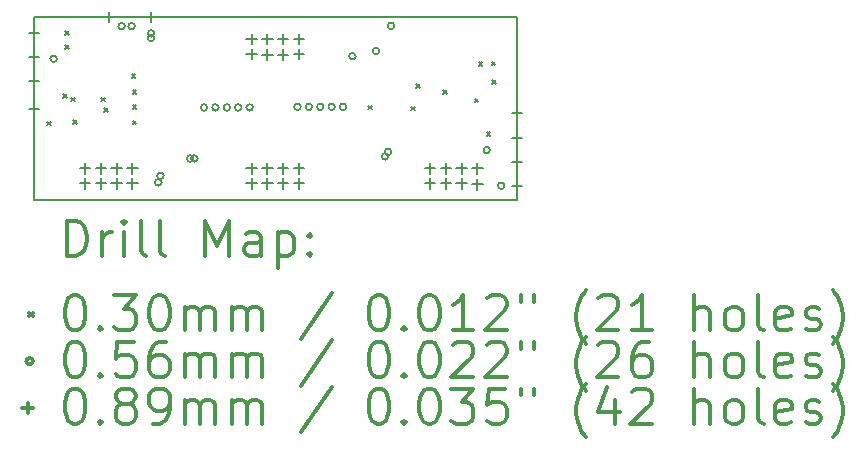
<source format=gbr>
%FSLAX45Y45*%
G04 Gerber Fmt 4.5, Leading zero omitted, Abs format (unit mm)*
G04 Created by KiCad (PCBNEW (5.0.0)) date 10/07/19 11:47:00*
%MOMM*%
%LPD*%
G01*
G04 APERTURE LIST*
%ADD10C,0.200000*%
%ADD11C,0.300000*%
G04 APERTURE END LIST*
D10*
X0Y1549400D02*
X0Y0D01*
X4089400Y1549400D02*
X0Y1549400D01*
X4089400Y0D02*
X4089400Y1549400D01*
X0Y0D02*
X4089400Y0D01*
D10*
X111760Y662940D02*
X142240Y632460D01*
X142240Y662940D02*
X111760Y632460D01*
X244760Y896620D02*
X275240Y866140D01*
X275240Y896620D02*
X244760Y866140D01*
X261620Y1427480D02*
X292100Y1397000D01*
X292100Y1427480D02*
X261620Y1397000D01*
X264160Y1310640D02*
X294640Y1280160D01*
X294640Y1310640D02*
X264160Y1280160D01*
X312420Y865240D02*
X342900Y834760D01*
X342900Y865240D02*
X312420Y834760D01*
X330200Y673100D02*
X360680Y642620D01*
X360680Y673100D02*
X330200Y642620D01*
X568960Y866140D02*
X599440Y835660D01*
X599440Y866140D02*
X568960Y835660D01*
X594360Y777240D02*
X624840Y746760D01*
X624840Y777240D02*
X594360Y746760D01*
X828040Y1061720D02*
X858520Y1031240D01*
X858520Y1061720D02*
X828040Y1031240D01*
X834760Y800240D02*
X865240Y769760D01*
X865240Y800240D02*
X834760Y769760D01*
X835660Y929640D02*
X866140Y899160D01*
X866140Y929640D02*
X835660Y899160D01*
X835660Y670240D02*
X866140Y639760D01*
X866140Y670240D02*
X835660Y639760D01*
X2829560Y797560D02*
X2860040Y767080D01*
X2860040Y797560D02*
X2829560Y767080D01*
X3195320Y789940D02*
X3225800Y759460D01*
X3225800Y789940D02*
X3195320Y759460D01*
X3235960Y980440D02*
X3266440Y949960D01*
X3266440Y980440D02*
X3235960Y949960D01*
X3464560Y929640D02*
X3495040Y899160D01*
X3495040Y929640D02*
X3464560Y899160D01*
X3731260Y857060D02*
X3761740Y826580D01*
X3761740Y857060D02*
X3731260Y826580D01*
X3764280Y1165860D02*
X3794760Y1135380D01*
X3794760Y1165860D02*
X3764280Y1135380D01*
X3832860Y574040D02*
X3863340Y543560D01*
X3863340Y574040D02*
X3832860Y543560D01*
X3876040Y1168400D02*
X3906520Y1137920D01*
X3906520Y1168400D02*
X3876040Y1137920D01*
X3876860Y1010920D02*
X3907340Y980440D01*
X3907340Y1010920D02*
X3876860Y980440D01*
X193041Y1193800D02*
G75*
G03X193041Y1193800I-27940J0D01*
G01*
X769620Y1470660D02*
G75*
G03X769620Y1470660I-27940J0D01*
G01*
X853440Y1470660D02*
G75*
G03X853440Y1470660I-27940J0D01*
G01*
X1018540Y1409700D02*
G75*
G03X1018540Y1409700I-27940J0D01*
G01*
X1018540Y1371601D02*
G75*
G03X1018540Y1371601I-27940J0D01*
G01*
X1079500Y147320D02*
G75*
G03X1079500Y147320I-27940J0D01*
G01*
X1097280Y203200D02*
G75*
G03X1097280Y203200I-27940J0D01*
G01*
X1348740Y350520D02*
G75*
G03X1348740Y350520I-27940J0D01*
G01*
X1384300Y350520D02*
G75*
G03X1384300Y350520I-27940J0D01*
G01*
X1466850Y782320D02*
G75*
G03X1466850Y782320I-27940J0D01*
G01*
X1563370Y782320D02*
G75*
G03X1563370Y782320I-27940J0D01*
G01*
X1659890Y782320D02*
G75*
G03X1659890Y782320I-27940J0D01*
G01*
X1756410Y782320D02*
G75*
G03X1756410Y782320I-27940J0D01*
G01*
X1852930Y782320D02*
G75*
G03X1852930Y782320I-27940J0D01*
G01*
X2258060Y787400D02*
G75*
G03X2258060Y787400I-27940J0D01*
G01*
X2354580Y787400D02*
G75*
G03X2354580Y787400I-27940J0D01*
G01*
X2451100Y787400D02*
G75*
G03X2451100Y787400I-27940J0D01*
G01*
X2547620Y787400D02*
G75*
G03X2547620Y787400I-27940J0D01*
G01*
X2644140Y787400D02*
G75*
G03X2644140Y787400I-27940J0D01*
G01*
X2722880Y1216660D02*
G75*
G03X2722880Y1216660I-27940J0D01*
G01*
X2923540Y1259840D02*
G75*
G03X2923540Y1259840I-27940J0D01*
G01*
X2999740Y368300D02*
G75*
G03X2999740Y368300I-27940J0D01*
G01*
X3025140Y406400D02*
G75*
G03X3025140Y406400I-27940J0D01*
G01*
X3050540Y1473200D02*
G75*
G03X3050540Y1473200I-27940J0D01*
G01*
X3860800Y421640D02*
G75*
G03X3860800Y421640I-27940J0D01*
G01*
X3982720Y119380D02*
G75*
G03X3982720Y119380I-27940J0D01*
G01*
X2109620Y1274450D02*
X2109620Y1185550D01*
X2065170Y1230000D02*
X2154070Y1230000D01*
X2108200Y184150D02*
X2108200Y95250D01*
X2063750Y139700D02*
X2152650Y139700D01*
X2241550Y1277940D02*
X2241550Y1189040D01*
X2197100Y1233490D02*
X2286000Y1233490D01*
X831850Y184150D02*
X831850Y95250D01*
X787400Y139700D02*
X876300Y139700D01*
X3352800Y184150D02*
X3352800Y95250D01*
X3308350Y139700D02*
X3397250Y139700D01*
X1841500Y311150D02*
X1841500Y222250D01*
X1797050Y266700D02*
X1885950Y266700D01*
X4089400Y361950D02*
X4089400Y273050D01*
X4044950Y317500D02*
X4133850Y317500D01*
X0Y1454150D02*
X0Y1365250D01*
X-44450Y1409700D02*
X44450Y1409700D01*
X3486150Y184150D02*
X3486150Y95250D01*
X3441700Y139700D02*
X3530600Y139700D01*
X1841500Y1277940D02*
X1841500Y1189040D01*
X1797050Y1233490D02*
X1885950Y1233490D01*
X3486150Y311150D02*
X3486150Y222250D01*
X3441700Y266700D02*
X3530600Y266700D01*
X565150Y184150D02*
X565150Y95250D01*
X520700Y139700D02*
X609600Y139700D01*
X0Y1250950D02*
X0Y1162050D01*
X-44450Y1206500D02*
X44450Y1206500D01*
X1841500Y1404940D02*
X1841500Y1316040D01*
X1797050Y1360490D02*
X1885950Y1360490D01*
X2241550Y311150D02*
X2241550Y222250D01*
X2197100Y266700D02*
X2286000Y266700D01*
X698500Y311150D02*
X698500Y222250D01*
X654050Y266700D02*
X742950Y266700D01*
X431800Y184150D02*
X431800Y95250D01*
X387350Y139700D02*
X476250Y139700D01*
X3619500Y311150D02*
X3619500Y222250D01*
X3575050Y266700D02*
X3663950Y266700D01*
X831850Y311150D02*
X831850Y222250D01*
X787400Y266700D02*
X876300Y266700D01*
X3752850Y311150D02*
X3752850Y222250D01*
X3708400Y266700D02*
X3797300Y266700D01*
X2241550Y1404940D02*
X2241550Y1316040D01*
X2197100Y1360490D02*
X2286000Y1360490D01*
X2108200Y1404940D02*
X2108200Y1316040D01*
X2063750Y1360490D02*
X2152650Y1360490D01*
X0Y817550D02*
X0Y728650D01*
X-44450Y773100D02*
X44450Y773100D01*
X565150Y311150D02*
X565150Y222250D01*
X520700Y266700D02*
X609600Y266700D01*
X635000Y1593850D02*
X635000Y1504950D01*
X590550Y1549400D02*
X679450Y1549400D01*
X4089400Y781050D02*
X4089400Y692150D01*
X4044950Y736600D02*
X4133850Y736600D01*
X1975000Y1274450D02*
X1975000Y1185550D01*
X1930550Y1230000D02*
X2019450Y1230000D01*
X1974850Y1404940D02*
X1974850Y1316040D01*
X1930400Y1360490D02*
X2019300Y1360490D01*
X4089400Y565150D02*
X4089400Y476250D01*
X4044950Y520700D02*
X4133850Y520700D01*
X698500Y184150D02*
X698500Y95250D01*
X654050Y139700D02*
X742950Y139700D01*
X1974850Y184150D02*
X1974850Y95250D01*
X1930400Y139700D02*
X2019300Y139700D01*
X0Y1047750D02*
X0Y958850D01*
X-44450Y1003300D02*
X44450Y1003300D01*
X4089400Y158750D02*
X4089400Y69850D01*
X4044950Y114300D02*
X4133850Y114300D01*
X3752850Y176530D02*
X3752850Y87630D01*
X3708400Y132080D02*
X3797300Y132080D01*
X1841500Y184150D02*
X1841500Y95250D01*
X1797050Y139700D02*
X1885950Y139700D01*
X1974850Y311150D02*
X1974850Y222250D01*
X1930400Y266700D02*
X2019300Y266700D01*
X2241550Y184150D02*
X2241550Y95250D01*
X2197100Y139700D02*
X2286000Y139700D01*
X990600Y1593850D02*
X990600Y1504950D01*
X946150Y1549400D02*
X1035050Y1549400D01*
X3352800Y311150D02*
X3352800Y222250D01*
X3308350Y266700D02*
X3397250Y266700D01*
X431800Y311150D02*
X431800Y222250D01*
X387350Y266700D02*
X476250Y266700D01*
X2108200Y311150D02*
X2108200Y222250D01*
X2063750Y266700D02*
X2152650Y266700D01*
X3619500Y184150D02*
X3619500Y95250D01*
X3575050Y139700D02*
X3663950Y139700D01*
D11*
X276428Y-475714D02*
X276428Y-175714D01*
X347857Y-175714D01*
X390714Y-190000D01*
X419286Y-218571D01*
X433571Y-247143D01*
X447857Y-304286D01*
X447857Y-347143D01*
X433571Y-404286D01*
X419286Y-432857D01*
X390714Y-461429D01*
X347857Y-475714D01*
X276428Y-475714D01*
X576428Y-475714D02*
X576428Y-275714D01*
X576428Y-332857D02*
X590714Y-304286D01*
X605000Y-290000D01*
X633571Y-275714D01*
X662143Y-275714D01*
X762143Y-475714D02*
X762143Y-275714D01*
X762143Y-175714D02*
X747857Y-190000D01*
X762143Y-204286D01*
X776428Y-190000D01*
X762143Y-175714D01*
X762143Y-204286D01*
X947857Y-475714D02*
X919286Y-461429D01*
X905000Y-432857D01*
X905000Y-175714D01*
X1105000Y-475714D02*
X1076428Y-461429D01*
X1062143Y-432857D01*
X1062143Y-175714D01*
X1447857Y-475714D02*
X1447857Y-175714D01*
X1547857Y-390000D01*
X1647857Y-175714D01*
X1647857Y-475714D01*
X1919286Y-475714D02*
X1919286Y-318572D01*
X1905000Y-290000D01*
X1876428Y-275714D01*
X1819286Y-275714D01*
X1790714Y-290000D01*
X1919286Y-461429D02*
X1890714Y-475714D01*
X1819286Y-475714D01*
X1790714Y-461429D01*
X1776428Y-432857D01*
X1776428Y-404286D01*
X1790714Y-375714D01*
X1819286Y-361429D01*
X1890714Y-361429D01*
X1919286Y-347143D01*
X2062143Y-275714D02*
X2062143Y-575714D01*
X2062143Y-290000D02*
X2090714Y-275714D01*
X2147857Y-275714D01*
X2176428Y-290000D01*
X2190714Y-304286D01*
X2205000Y-332857D01*
X2205000Y-418571D01*
X2190714Y-447143D01*
X2176428Y-461429D01*
X2147857Y-475714D01*
X2090714Y-475714D01*
X2062143Y-461429D01*
X2333571Y-447143D02*
X2347857Y-461429D01*
X2333571Y-475714D01*
X2319286Y-461429D01*
X2333571Y-447143D01*
X2333571Y-475714D01*
X2333571Y-290000D02*
X2347857Y-304286D01*
X2333571Y-318572D01*
X2319286Y-304286D01*
X2333571Y-290000D01*
X2333571Y-318572D01*
X-40480Y-954760D02*
X-10000Y-985240D01*
X-10000Y-954760D02*
X-40480Y-985240D01*
X333571Y-805714D02*
X362143Y-805714D01*
X390714Y-820000D01*
X405000Y-834286D01*
X419286Y-862857D01*
X433571Y-920000D01*
X433571Y-991429D01*
X419286Y-1048571D01*
X405000Y-1077143D01*
X390714Y-1091429D01*
X362143Y-1105714D01*
X333571Y-1105714D01*
X305000Y-1091429D01*
X290714Y-1077143D01*
X276428Y-1048571D01*
X262143Y-991429D01*
X262143Y-920000D01*
X276428Y-862857D01*
X290714Y-834286D01*
X305000Y-820000D01*
X333571Y-805714D01*
X562143Y-1077143D02*
X576428Y-1091429D01*
X562143Y-1105714D01*
X547857Y-1091429D01*
X562143Y-1077143D01*
X562143Y-1105714D01*
X676428Y-805714D02*
X862143Y-805714D01*
X762143Y-920000D01*
X805000Y-920000D01*
X833571Y-934286D01*
X847857Y-948571D01*
X862143Y-977143D01*
X862143Y-1048571D01*
X847857Y-1077143D01*
X833571Y-1091429D01*
X805000Y-1105714D01*
X719286Y-1105714D01*
X690714Y-1091429D01*
X676428Y-1077143D01*
X1047857Y-805714D02*
X1076428Y-805714D01*
X1105000Y-820000D01*
X1119286Y-834286D01*
X1133571Y-862857D01*
X1147857Y-920000D01*
X1147857Y-991429D01*
X1133571Y-1048571D01*
X1119286Y-1077143D01*
X1105000Y-1091429D01*
X1076428Y-1105714D01*
X1047857Y-1105714D01*
X1019286Y-1091429D01*
X1005000Y-1077143D01*
X990714Y-1048571D01*
X976428Y-991429D01*
X976428Y-920000D01*
X990714Y-862857D01*
X1005000Y-834286D01*
X1019286Y-820000D01*
X1047857Y-805714D01*
X1276428Y-1105714D02*
X1276428Y-905714D01*
X1276428Y-934286D02*
X1290714Y-920000D01*
X1319286Y-905714D01*
X1362143Y-905714D01*
X1390714Y-920000D01*
X1405000Y-948571D01*
X1405000Y-1105714D01*
X1405000Y-948571D02*
X1419286Y-920000D01*
X1447857Y-905714D01*
X1490714Y-905714D01*
X1519286Y-920000D01*
X1533571Y-948571D01*
X1533571Y-1105714D01*
X1676428Y-1105714D02*
X1676428Y-905714D01*
X1676428Y-934286D02*
X1690714Y-920000D01*
X1719286Y-905714D01*
X1762143Y-905714D01*
X1790714Y-920000D01*
X1805000Y-948571D01*
X1805000Y-1105714D01*
X1805000Y-948571D02*
X1819286Y-920000D01*
X1847857Y-905714D01*
X1890714Y-905714D01*
X1919286Y-920000D01*
X1933571Y-948571D01*
X1933571Y-1105714D01*
X2519286Y-791429D02*
X2262143Y-1177143D01*
X2905000Y-805714D02*
X2933571Y-805714D01*
X2962143Y-820000D01*
X2976428Y-834286D01*
X2990714Y-862857D01*
X3005000Y-920000D01*
X3005000Y-991429D01*
X2990714Y-1048571D01*
X2976428Y-1077143D01*
X2962143Y-1091429D01*
X2933571Y-1105714D01*
X2905000Y-1105714D01*
X2876428Y-1091429D01*
X2862143Y-1077143D01*
X2847857Y-1048571D01*
X2833571Y-991429D01*
X2833571Y-920000D01*
X2847857Y-862857D01*
X2862143Y-834286D01*
X2876428Y-820000D01*
X2905000Y-805714D01*
X3133571Y-1077143D02*
X3147857Y-1091429D01*
X3133571Y-1105714D01*
X3119286Y-1091429D01*
X3133571Y-1077143D01*
X3133571Y-1105714D01*
X3333571Y-805714D02*
X3362143Y-805714D01*
X3390714Y-820000D01*
X3405000Y-834286D01*
X3419286Y-862857D01*
X3433571Y-920000D01*
X3433571Y-991429D01*
X3419286Y-1048571D01*
X3405000Y-1077143D01*
X3390714Y-1091429D01*
X3362143Y-1105714D01*
X3333571Y-1105714D01*
X3305000Y-1091429D01*
X3290714Y-1077143D01*
X3276428Y-1048571D01*
X3262143Y-991429D01*
X3262143Y-920000D01*
X3276428Y-862857D01*
X3290714Y-834286D01*
X3305000Y-820000D01*
X3333571Y-805714D01*
X3719286Y-1105714D02*
X3547857Y-1105714D01*
X3633571Y-1105714D02*
X3633571Y-805714D01*
X3605000Y-848571D01*
X3576428Y-877143D01*
X3547857Y-891429D01*
X3833571Y-834286D02*
X3847857Y-820000D01*
X3876428Y-805714D01*
X3947857Y-805714D01*
X3976428Y-820000D01*
X3990714Y-834286D01*
X4005000Y-862857D01*
X4005000Y-891429D01*
X3990714Y-934286D01*
X3819286Y-1105714D01*
X4005000Y-1105714D01*
X4119286Y-805714D02*
X4119286Y-862857D01*
X4233571Y-805714D02*
X4233571Y-862857D01*
X4676428Y-1220000D02*
X4662143Y-1205714D01*
X4633571Y-1162857D01*
X4619286Y-1134286D01*
X4605000Y-1091429D01*
X4590714Y-1020000D01*
X4590714Y-962857D01*
X4605000Y-891429D01*
X4619286Y-848571D01*
X4633571Y-820000D01*
X4662143Y-777143D01*
X4676428Y-762857D01*
X4776428Y-834286D02*
X4790714Y-820000D01*
X4819286Y-805714D01*
X4890714Y-805714D01*
X4919286Y-820000D01*
X4933571Y-834286D01*
X4947857Y-862857D01*
X4947857Y-891429D01*
X4933571Y-934286D01*
X4762143Y-1105714D01*
X4947857Y-1105714D01*
X5233571Y-1105714D02*
X5062143Y-1105714D01*
X5147857Y-1105714D02*
X5147857Y-805714D01*
X5119286Y-848571D01*
X5090714Y-877143D01*
X5062143Y-891429D01*
X5590714Y-1105714D02*
X5590714Y-805714D01*
X5719286Y-1105714D02*
X5719286Y-948571D01*
X5705000Y-920000D01*
X5676428Y-905714D01*
X5633571Y-905714D01*
X5605000Y-920000D01*
X5590714Y-934286D01*
X5905000Y-1105714D02*
X5876428Y-1091429D01*
X5862143Y-1077143D01*
X5847857Y-1048571D01*
X5847857Y-962857D01*
X5862143Y-934286D01*
X5876428Y-920000D01*
X5905000Y-905714D01*
X5947857Y-905714D01*
X5976428Y-920000D01*
X5990714Y-934286D01*
X6005000Y-962857D01*
X6005000Y-1048571D01*
X5990714Y-1077143D01*
X5976428Y-1091429D01*
X5947857Y-1105714D01*
X5905000Y-1105714D01*
X6176428Y-1105714D02*
X6147857Y-1091429D01*
X6133571Y-1062857D01*
X6133571Y-805714D01*
X6405000Y-1091429D02*
X6376428Y-1105714D01*
X6319286Y-1105714D01*
X6290714Y-1091429D01*
X6276428Y-1062857D01*
X6276428Y-948571D01*
X6290714Y-920000D01*
X6319286Y-905714D01*
X6376428Y-905714D01*
X6405000Y-920000D01*
X6419286Y-948571D01*
X6419286Y-977143D01*
X6276428Y-1005714D01*
X6533571Y-1091429D02*
X6562143Y-1105714D01*
X6619286Y-1105714D01*
X6647857Y-1091429D01*
X6662143Y-1062857D01*
X6662143Y-1048571D01*
X6647857Y-1020000D01*
X6619286Y-1005714D01*
X6576428Y-1005714D01*
X6547857Y-991429D01*
X6533571Y-962857D01*
X6533571Y-948571D01*
X6547857Y-920000D01*
X6576428Y-905714D01*
X6619286Y-905714D01*
X6647857Y-920000D01*
X6762143Y-1220000D02*
X6776428Y-1205714D01*
X6805000Y-1162857D01*
X6819286Y-1134286D01*
X6833571Y-1091429D01*
X6847857Y-1020000D01*
X6847857Y-962857D01*
X6833571Y-891429D01*
X6819286Y-848571D01*
X6805000Y-820000D01*
X6776428Y-777143D01*
X6762143Y-762857D01*
X-10000Y-1366000D02*
G75*
G03X-10000Y-1366000I-27940J0D01*
G01*
X333571Y-1201714D02*
X362143Y-1201714D01*
X390714Y-1216000D01*
X405000Y-1230286D01*
X419286Y-1258857D01*
X433571Y-1316000D01*
X433571Y-1387429D01*
X419286Y-1444571D01*
X405000Y-1473143D01*
X390714Y-1487429D01*
X362143Y-1501714D01*
X333571Y-1501714D01*
X305000Y-1487429D01*
X290714Y-1473143D01*
X276428Y-1444571D01*
X262143Y-1387429D01*
X262143Y-1316000D01*
X276428Y-1258857D01*
X290714Y-1230286D01*
X305000Y-1216000D01*
X333571Y-1201714D01*
X562143Y-1473143D02*
X576428Y-1487429D01*
X562143Y-1501714D01*
X547857Y-1487429D01*
X562143Y-1473143D01*
X562143Y-1501714D01*
X847857Y-1201714D02*
X705000Y-1201714D01*
X690714Y-1344572D01*
X705000Y-1330286D01*
X733571Y-1316000D01*
X805000Y-1316000D01*
X833571Y-1330286D01*
X847857Y-1344572D01*
X862143Y-1373143D01*
X862143Y-1444571D01*
X847857Y-1473143D01*
X833571Y-1487429D01*
X805000Y-1501714D01*
X733571Y-1501714D01*
X705000Y-1487429D01*
X690714Y-1473143D01*
X1119286Y-1201714D02*
X1062143Y-1201714D01*
X1033571Y-1216000D01*
X1019286Y-1230286D01*
X990714Y-1273143D01*
X976428Y-1330286D01*
X976428Y-1444571D01*
X990714Y-1473143D01*
X1005000Y-1487429D01*
X1033571Y-1501714D01*
X1090714Y-1501714D01*
X1119286Y-1487429D01*
X1133571Y-1473143D01*
X1147857Y-1444571D01*
X1147857Y-1373143D01*
X1133571Y-1344572D01*
X1119286Y-1330286D01*
X1090714Y-1316000D01*
X1033571Y-1316000D01*
X1005000Y-1330286D01*
X990714Y-1344572D01*
X976428Y-1373143D01*
X1276428Y-1501714D02*
X1276428Y-1301714D01*
X1276428Y-1330286D02*
X1290714Y-1316000D01*
X1319286Y-1301714D01*
X1362143Y-1301714D01*
X1390714Y-1316000D01*
X1405000Y-1344572D01*
X1405000Y-1501714D01*
X1405000Y-1344572D02*
X1419286Y-1316000D01*
X1447857Y-1301714D01*
X1490714Y-1301714D01*
X1519286Y-1316000D01*
X1533571Y-1344572D01*
X1533571Y-1501714D01*
X1676428Y-1501714D02*
X1676428Y-1301714D01*
X1676428Y-1330286D02*
X1690714Y-1316000D01*
X1719286Y-1301714D01*
X1762143Y-1301714D01*
X1790714Y-1316000D01*
X1805000Y-1344572D01*
X1805000Y-1501714D01*
X1805000Y-1344572D02*
X1819286Y-1316000D01*
X1847857Y-1301714D01*
X1890714Y-1301714D01*
X1919286Y-1316000D01*
X1933571Y-1344572D01*
X1933571Y-1501714D01*
X2519286Y-1187429D02*
X2262143Y-1573143D01*
X2905000Y-1201714D02*
X2933571Y-1201714D01*
X2962143Y-1216000D01*
X2976428Y-1230286D01*
X2990714Y-1258857D01*
X3005000Y-1316000D01*
X3005000Y-1387429D01*
X2990714Y-1444571D01*
X2976428Y-1473143D01*
X2962143Y-1487429D01*
X2933571Y-1501714D01*
X2905000Y-1501714D01*
X2876428Y-1487429D01*
X2862143Y-1473143D01*
X2847857Y-1444571D01*
X2833571Y-1387429D01*
X2833571Y-1316000D01*
X2847857Y-1258857D01*
X2862143Y-1230286D01*
X2876428Y-1216000D01*
X2905000Y-1201714D01*
X3133571Y-1473143D02*
X3147857Y-1487429D01*
X3133571Y-1501714D01*
X3119286Y-1487429D01*
X3133571Y-1473143D01*
X3133571Y-1501714D01*
X3333571Y-1201714D02*
X3362143Y-1201714D01*
X3390714Y-1216000D01*
X3405000Y-1230286D01*
X3419286Y-1258857D01*
X3433571Y-1316000D01*
X3433571Y-1387429D01*
X3419286Y-1444571D01*
X3405000Y-1473143D01*
X3390714Y-1487429D01*
X3362143Y-1501714D01*
X3333571Y-1501714D01*
X3305000Y-1487429D01*
X3290714Y-1473143D01*
X3276428Y-1444571D01*
X3262143Y-1387429D01*
X3262143Y-1316000D01*
X3276428Y-1258857D01*
X3290714Y-1230286D01*
X3305000Y-1216000D01*
X3333571Y-1201714D01*
X3547857Y-1230286D02*
X3562143Y-1216000D01*
X3590714Y-1201714D01*
X3662143Y-1201714D01*
X3690714Y-1216000D01*
X3705000Y-1230286D01*
X3719286Y-1258857D01*
X3719286Y-1287429D01*
X3705000Y-1330286D01*
X3533571Y-1501714D01*
X3719286Y-1501714D01*
X3833571Y-1230286D02*
X3847857Y-1216000D01*
X3876428Y-1201714D01*
X3947857Y-1201714D01*
X3976428Y-1216000D01*
X3990714Y-1230286D01*
X4005000Y-1258857D01*
X4005000Y-1287429D01*
X3990714Y-1330286D01*
X3819286Y-1501714D01*
X4005000Y-1501714D01*
X4119286Y-1201714D02*
X4119286Y-1258857D01*
X4233571Y-1201714D02*
X4233571Y-1258857D01*
X4676428Y-1616000D02*
X4662143Y-1601714D01*
X4633571Y-1558857D01*
X4619286Y-1530286D01*
X4605000Y-1487429D01*
X4590714Y-1416000D01*
X4590714Y-1358857D01*
X4605000Y-1287429D01*
X4619286Y-1244572D01*
X4633571Y-1216000D01*
X4662143Y-1173143D01*
X4676428Y-1158857D01*
X4776428Y-1230286D02*
X4790714Y-1216000D01*
X4819286Y-1201714D01*
X4890714Y-1201714D01*
X4919286Y-1216000D01*
X4933571Y-1230286D01*
X4947857Y-1258857D01*
X4947857Y-1287429D01*
X4933571Y-1330286D01*
X4762143Y-1501714D01*
X4947857Y-1501714D01*
X5205000Y-1201714D02*
X5147857Y-1201714D01*
X5119286Y-1216000D01*
X5105000Y-1230286D01*
X5076428Y-1273143D01*
X5062143Y-1330286D01*
X5062143Y-1444571D01*
X5076428Y-1473143D01*
X5090714Y-1487429D01*
X5119286Y-1501714D01*
X5176428Y-1501714D01*
X5205000Y-1487429D01*
X5219286Y-1473143D01*
X5233571Y-1444571D01*
X5233571Y-1373143D01*
X5219286Y-1344572D01*
X5205000Y-1330286D01*
X5176428Y-1316000D01*
X5119286Y-1316000D01*
X5090714Y-1330286D01*
X5076428Y-1344572D01*
X5062143Y-1373143D01*
X5590714Y-1501714D02*
X5590714Y-1201714D01*
X5719286Y-1501714D02*
X5719286Y-1344572D01*
X5705000Y-1316000D01*
X5676428Y-1301714D01*
X5633571Y-1301714D01*
X5605000Y-1316000D01*
X5590714Y-1330286D01*
X5905000Y-1501714D02*
X5876428Y-1487429D01*
X5862143Y-1473143D01*
X5847857Y-1444571D01*
X5847857Y-1358857D01*
X5862143Y-1330286D01*
X5876428Y-1316000D01*
X5905000Y-1301714D01*
X5947857Y-1301714D01*
X5976428Y-1316000D01*
X5990714Y-1330286D01*
X6005000Y-1358857D01*
X6005000Y-1444571D01*
X5990714Y-1473143D01*
X5976428Y-1487429D01*
X5947857Y-1501714D01*
X5905000Y-1501714D01*
X6176428Y-1501714D02*
X6147857Y-1487429D01*
X6133571Y-1458857D01*
X6133571Y-1201714D01*
X6405000Y-1487429D02*
X6376428Y-1501714D01*
X6319286Y-1501714D01*
X6290714Y-1487429D01*
X6276428Y-1458857D01*
X6276428Y-1344572D01*
X6290714Y-1316000D01*
X6319286Y-1301714D01*
X6376428Y-1301714D01*
X6405000Y-1316000D01*
X6419286Y-1344572D01*
X6419286Y-1373143D01*
X6276428Y-1401714D01*
X6533571Y-1487429D02*
X6562143Y-1501714D01*
X6619286Y-1501714D01*
X6647857Y-1487429D01*
X6662143Y-1458857D01*
X6662143Y-1444571D01*
X6647857Y-1416000D01*
X6619286Y-1401714D01*
X6576428Y-1401714D01*
X6547857Y-1387429D01*
X6533571Y-1358857D01*
X6533571Y-1344572D01*
X6547857Y-1316000D01*
X6576428Y-1301714D01*
X6619286Y-1301714D01*
X6647857Y-1316000D01*
X6762143Y-1616000D02*
X6776428Y-1601714D01*
X6805000Y-1558857D01*
X6819286Y-1530286D01*
X6833571Y-1487429D01*
X6847857Y-1416000D01*
X6847857Y-1358857D01*
X6833571Y-1287429D01*
X6819286Y-1244572D01*
X6805000Y-1216000D01*
X6776428Y-1173143D01*
X6762143Y-1158857D01*
X-54450Y-1717550D02*
X-54450Y-1806450D01*
X-98900Y-1762000D02*
X-10000Y-1762000D01*
X333571Y-1597714D02*
X362143Y-1597714D01*
X390714Y-1612000D01*
X405000Y-1626286D01*
X419286Y-1654857D01*
X433571Y-1712000D01*
X433571Y-1783429D01*
X419286Y-1840571D01*
X405000Y-1869143D01*
X390714Y-1883429D01*
X362143Y-1897714D01*
X333571Y-1897714D01*
X305000Y-1883429D01*
X290714Y-1869143D01*
X276428Y-1840571D01*
X262143Y-1783429D01*
X262143Y-1712000D01*
X276428Y-1654857D01*
X290714Y-1626286D01*
X305000Y-1612000D01*
X333571Y-1597714D01*
X562143Y-1869143D02*
X576428Y-1883429D01*
X562143Y-1897714D01*
X547857Y-1883429D01*
X562143Y-1869143D01*
X562143Y-1897714D01*
X747857Y-1726286D02*
X719286Y-1712000D01*
X705000Y-1697714D01*
X690714Y-1669143D01*
X690714Y-1654857D01*
X705000Y-1626286D01*
X719286Y-1612000D01*
X747857Y-1597714D01*
X805000Y-1597714D01*
X833571Y-1612000D01*
X847857Y-1626286D01*
X862143Y-1654857D01*
X862143Y-1669143D01*
X847857Y-1697714D01*
X833571Y-1712000D01*
X805000Y-1726286D01*
X747857Y-1726286D01*
X719286Y-1740571D01*
X705000Y-1754857D01*
X690714Y-1783429D01*
X690714Y-1840571D01*
X705000Y-1869143D01*
X719286Y-1883429D01*
X747857Y-1897714D01*
X805000Y-1897714D01*
X833571Y-1883429D01*
X847857Y-1869143D01*
X862143Y-1840571D01*
X862143Y-1783429D01*
X847857Y-1754857D01*
X833571Y-1740571D01*
X805000Y-1726286D01*
X1005000Y-1897714D02*
X1062143Y-1897714D01*
X1090714Y-1883429D01*
X1105000Y-1869143D01*
X1133571Y-1826286D01*
X1147857Y-1769143D01*
X1147857Y-1654857D01*
X1133571Y-1626286D01*
X1119286Y-1612000D01*
X1090714Y-1597714D01*
X1033571Y-1597714D01*
X1005000Y-1612000D01*
X990714Y-1626286D01*
X976428Y-1654857D01*
X976428Y-1726286D01*
X990714Y-1754857D01*
X1005000Y-1769143D01*
X1033571Y-1783429D01*
X1090714Y-1783429D01*
X1119286Y-1769143D01*
X1133571Y-1754857D01*
X1147857Y-1726286D01*
X1276428Y-1897714D02*
X1276428Y-1697714D01*
X1276428Y-1726286D02*
X1290714Y-1712000D01*
X1319286Y-1697714D01*
X1362143Y-1697714D01*
X1390714Y-1712000D01*
X1405000Y-1740571D01*
X1405000Y-1897714D01*
X1405000Y-1740571D02*
X1419286Y-1712000D01*
X1447857Y-1697714D01*
X1490714Y-1697714D01*
X1519286Y-1712000D01*
X1533571Y-1740571D01*
X1533571Y-1897714D01*
X1676428Y-1897714D02*
X1676428Y-1697714D01*
X1676428Y-1726286D02*
X1690714Y-1712000D01*
X1719286Y-1697714D01*
X1762143Y-1697714D01*
X1790714Y-1712000D01*
X1805000Y-1740571D01*
X1805000Y-1897714D01*
X1805000Y-1740571D02*
X1819286Y-1712000D01*
X1847857Y-1697714D01*
X1890714Y-1697714D01*
X1919286Y-1712000D01*
X1933571Y-1740571D01*
X1933571Y-1897714D01*
X2519286Y-1583429D02*
X2262143Y-1969143D01*
X2905000Y-1597714D02*
X2933571Y-1597714D01*
X2962143Y-1612000D01*
X2976428Y-1626286D01*
X2990714Y-1654857D01*
X3005000Y-1712000D01*
X3005000Y-1783429D01*
X2990714Y-1840571D01*
X2976428Y-1869143D01*
X2962143Y-1883429D01*
X2933571Y-1897714D01*
X2905000Y-1897714D01*
X2876428Y-1883429D01*
X2862143Y-1869143D01*
X2847857Y-1840571D01*
X2833571Y-1783429D01*
X2833571Y-1712000D01*
X2847857Y-1654857D01*
X2862143Y-1626286D01*
X2876428Y-1612000D01*
X2905000Y-1597714D01*
X3133571Y-1869143D02*
X3147857Y-1883429D01*
X3133571Y-1897714D01*
X3119286Y-1883429D01*
X3133571Y-1869143D01*
X3133571Y-1897714D01*
X3333571Y-1597714D02*
X3362143Y-1597714D01*
X3390714Y-1612000D01*
X3405000Y-1626286D01*
X3419286Y-1654857D01*
X3433571Y-1712000D01*
X3433571Y-1783429D01*
X3419286Y-1840571D01*
X3405000Y-1869143D01*
X3390714Y-1883429D01*
X3362143Y-1897714D01*
X3333571Y-1897714D01*
X3305000Y-1883429D01*
X3290714Y-1869143D01*
X3276428Y-1840571D01*
X3262143Y-1783429D01*
X3262143Y-1712000D01*
X3276428Y-1654857D01*
X3290714Y-1626286D01*
X3305000Y-1612000D01*
X3333571Y-1597714D01*
X3533571Y-1597714D02*
X3719286Y-1597714D01*
X3619286Y-1712000D01*
X3662143Y-1712000D01*
X3690714Y-1726286D01*
X3705000Y-1740571D01*
X3719286Y-1769143D01*
X3719286Y-1840571D01*
X3705000Y-1869143D01*
X3690714Y-1883429D01*
X3662143Y-1897714D01*
X3576428Y-1897714D01*
X3547857Y-1883429D01*
X3533571Y-1869143D01*
X3990714Y-1597714D02*
X3847857Y-1597714D01*
X3833571Y-1740571D01*
X3847857Y-1726286D01*
X3876428Y-1712000D01*
X3947857Y-1712000D01*
X3976428Y-1726286D01*
X3990714Y-1740571D01*
X4005000Y-1769143D01*
X4005000Y-1840571D01*
X3990714Y-1869143D01*
X3976428Y-1883429D01*
X3947857Y-1897714D01*
X3876428Y-1897714D01*
X3847857Y-1883429D01*
X3833571Y-1869143D01*
X4119286Y-1597714D02*
X4119286Y-1654857D01*
X4233571Y-1597714D02*
X4233571Y-1654857D01*
X4676428Y-2012000D02*
X4662143Y-1997714D01*
X4633571Y-1954857D01*
X4619286Y-1926286D01*
X4605000Y-1883429D01*
X4590714Y-1812000D01*
X4590714Y-1754857D01*
X4605000Y-1683429D01*
X4619286Y-1640571D01*
X4633571Y-1612000D01*
X4662143Y-1569143D01*
X4676428Y-1554857D01*
X4919286Y-1697714D02*
X4919286Y-1897714D01*
X4847857Y-1583429D02*
X4776428Y-1797714D01*
X4962143Y-1797714D01*
X5062143Y-1626286D02*
X5076428Y-1612000D01*
X5105000Y-1597714D01*
X5176428Y-1597714D01*
X5205000Y-1612000D01*
X5219286Y-1626286D01*
X5233571Y-1654857D01*
X5233571Y-1683429D01*
X5219286Y-1726286D01*
X5047857Y-1897714D01*
X5233571Y-1897714D01*
X5590714Y-1897714D02*
X5590714Y-1597714D01*
X5719286Y-1897714D02*
X5719286Y-1740571D01*
X5705000Y-1712000D01*
X5676428Y-1697714D01*
X5633571Y-1697714D01*
X5605000Y-1712000D01*
X5590714Y-1726286D01*
X5905000Y-1897714D02*
X5876428Y-1883429D01*
X5862143Y-1869143D01*
X5847857Y-1840571D01*
X5847857Y-1754857D01*
X5862143Y-1726286D01*
X5876428Y-1712000D01*
X5905000Y-1697714D01*
X5947857Y-1697714D01*
X5976428Y-1712000D01*
X5990714Y-1726286D01*
X6005000Y-1754857D01*
X6005000Y-1840571D01*
X5990714Y-1869143D01*
X5976428Y-1883429D01*
X5947857Y-1897714D01*
X5905000Y-1897714D01*
X6176428Y-1897714D02*
X6147857Y-1883429D01*
X6133571Y-1854857D01*
X6133571Y-1597714D01*
X6405000Y-1883429D02*
X6376428Y-1897714D01*
X6319286Y-1897714D01*
X6290714Y-1883429D01*
X6276428Y-1854857D01*
X6276428Y-1740571D01*
X6290714Y-1712000D01*
X6319286Y-1697714D01*
X6376428Y-1697714D01*
X6405000Y-1712000D01*
X6419286Y-1740571D01*
X6419286Y-1769143D01*
X6276428Y-1797714D01*
X6533571Y-1883429D02*
X6562143Y-1897714D01*
X6619286Y-1897714D01*
X6647857Y-1883429D01*
X6662143Y-1854857D01*
X6662143Y-1840571D01*
X6647857Y-1812000D01*
X6619286Y-1797714D01*
X6576428Y-1797714D01*
X6547857Y-1783429D01*
X6533571Y-1754857D01*
X6533571Y-1740571D01*
X6547857Y-1712000D01*
X6576428Y-1697714D01*
X6619286Y-1697714D01*
X6647857Y-1712000D01*
X6762143Y-2012000D02*
X6776428Y-1997714D01*
X6805000Y-1954857D01*
X6819286Y-1926286D01*
X6833571Y-1883429D01*
X6847857Y-1812000D01*
X6847857Y-1754857D01*
X6833571Y-1683429D01*
X6819286Y-1640571D01*
X6805000Y-1612000D01*
X6776428Y-1569143D01*
X6762143Y-1554857D01*
M02*

</source>
